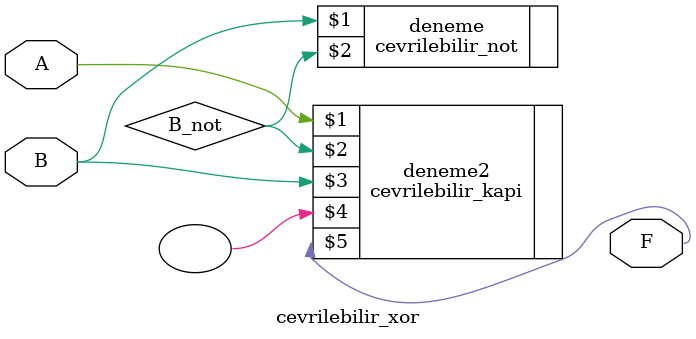
<source format=v>
`timescale 1ns / 1ps


module cevrilebilir_xor(
    input A,B,
    output F
    );
    wire B_not;
    cevrilebilir_not deneme(B,B_not);
    cevrilebilir_kapi deneme2(A,B_not,B, ,F,);
endmodule

</source>
